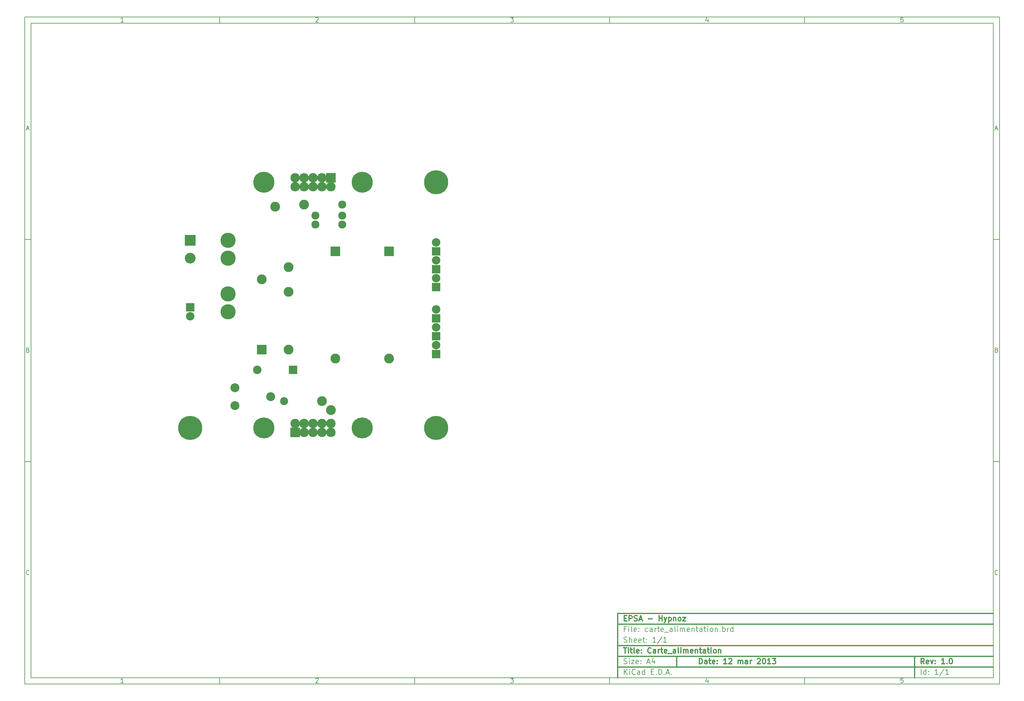
<source format=gbs>
G04 (created by PCBNEW-RS274X (2012-01-19 BZR 3256)-stable) date 12/03/2013 15:56:19*
G01*
G70*
G90*
%MOIN*%
G04 Gerber Fmt 3.4, Leading zero omitted, Abs format*
%FSLAX34Y34*%
G04 APERTURE LIST*
%ADD10C,0.006000*%
%ADD11C,0.012000*%
%ADD12C,0.235000*%
%ADD13R,0.105000X0.105000*%
%ADD14C,0.105000*%
%ADD15C,0.270000*%
%ADD16C,0.100000*%
%ADD17R,0.110000X0.110000*%
%ADD18C,0.110000*%
%ADD19C,0.090000*%
%ADD20R,0.095000X0.095000*%
%ADD21C,0.095000*%
%ADD22C,0.170000*%
%ADD23R,0.120000X0.120000*%
%ADD24C,0.120000*%
G04 APERTURE END LIST*
G54D10*
X04000Y-04000D02*
X113000Y-04000D01*
X113000Y-78670D01*
X04000Y-78670D01*
X04000Y-04000D01*
X04700Y-04700D02*
X112300Y-04700D01*
X112300Y-77970D01*
X04700Y-77970D01*
X04700Y-04700D01*
X25800Y-04000D02*
X25800Y-04700D01*
X15043Y-04552D02*
X14757Y-04552D01*
X14900Y-04552D02*
X14900Y-04052D01*
X14852Y-04124D01*
X14805Y-04171D01*
X14757Y-04195D01*
X25800Y-78670D02*
X25800Y-77970D01*
X15043Y-78522D02*
X14757Y-78522D01*
X14900Y-78522D02*
X14900Y-78022D01*
X14852Y-78094D01*
X14805Y-78141D01*
X14757Y-78165D01*
X47600Y-04000D02*
X47600Y-04700D01*
X36557Y-04100D02*
X36581Y-04076D01*
X36629Y-04052D01*
X36748Y-04052D01*
X36795Y-04076D01*
X36819Y-04100D01*
X36843Y-04148D01*
X36843Y-04195D01*
X36819Y-04267D01*
X36533Y-04552D01*
X36843Y-04552D01*
X47600Y-78670D02*
X47600Y-77970D01*
X36557Y-78070D02*
X36581Y-78046D01*
X36629Y-78022D01*
X36748Y-78022D01*
X36795Y-78046D01*
X36819Y-78070D01*
X36843Y-78118D01*
X36843Y-78165D01*
X36819Y-78237D01*
X36533Y-78522D01*
X36843Y-78522D01*
X69400Y-04000D02*
X69400Y-04700D01*
X58333Y-04052D02*
X58643Y-04052D01*
X58476Y-04243D01*
X58548Y-04243D01*
X58595Y-04267D01*
X58619Y-04290D01*
X58643Y-04338D01*
X58643Y-04457D01*
X58619Y-04505D01*
X58595Y-04529D01*
X58548Y-04552D01*
X58405Y-04552D01*
X58357Y-04529D01*
X58333Y-04505D01*
X69400Y-78670D02*
X69400Y-77970D01*
X58333Y-78022D02*
X58643Y-78022D01*
X58476Y-78213D01*
X58548Y-78213D01*
X58595Y-78237D01*
X58619Y-78260D01*
X58643Y-78308D01*
X58643Y-78427D01*
X58619Y-78475D01*
X58595Y-78499D01*
X58548Y-78522D01*
X58405Y-78522D01*
X58357Y-78499D01*
X58333Y-78475D01*
X91200Y-04000D02*
X91200Y-04700D01*
X80395Y-04219D02*
X80395Y-04552D01*
X80276Y-04029D02*
X80157Y-04386D01*
X80467Y-04386D01*
X91200Y-78670D02*
X91200Y-77970D01*
X80395Y-78189D02*
X80395Y-78522D01*
X80276Y-77999D02*
X80157Y-78356D01*
X80467Y-78356D01*
X102219Y-04052D02*
X101981Y-04052D01*
X101957Y-04290D01*
X101981Y-04267D01*
X102029Y-04243D01*
X102148Y-04243D01*
X102195Y-04267D01*
X102219Y-04290D01*
X102243Y-04338D01*
X102243Y-04457D01*
X102219Y-04505D01*
X102195Y-04529D01*
X102148Y-04552D01*
X102029Y-04552D01*
X101981Y-04529D01*
X101957Y-04505D01*
X102219Y-78022D02*
X101981Y-78022D01*
X101957Y-78260D01*
X101981Y-78237D01*
X102029Y-78213D01*
X102148Y-78213D01*
X102195Y-78237D01*
X102219Y-78260D01*
X102243Y-78308D01*
X102243Y-78427D01*
X102219Y-78475D01*
X102195Y-78499D01*
X102148Y-78522D01*
X102029Y-78522D01*
X101981Y-78499D01*
X101957Y-78475D01*
X04000Y-28890D02*
X04700Y-28890D01*
X04231Y-16510D02*
X04469Y-16510D01*
X04184Y-16652D02*
X04350Y-16152D01*
X04517Y-16652D01*
X113000Y-28890D02*
X112300Y-28890D01*
X112531Y-16510D02*
X112769Y-16510D01*
X112484Y-16652D02*
X112650Y-16152D01*
X112817Y-16652D01*
X04000Y-53780D02*
X04700Y-53780D01*
X04386Y-41280D02*
X04457Y-41304D01*
X04481Y-41328D01*
X04505Y-41376D01*
X04505Y-41447D01*
X04481Y-41495D01*
X04457Y-41519D01*
X04410Y-41542D01*
X04219Y-41542D01*
X04219Y-41042D01*
X04386Y-41042D01*
X04433Y-41066D01*
X04457Y-41090D01*
X04481Y-41138D01*
X04481Y-41185D01*
X04457Y-41233D01*
X04433Y-41257D01*
X04386Y-41280D01*
X04219Y-41280D01*
X113000Y-53780D02*
X112300Y-53780D01*
X112686Y-41280D02*
X112757Y-41304D01*
X112781Y-41328D01*
X112805Y-41376D01*
X112805Y-41447D01*
X112781Y-41495D01*
X112757Y-41519D01*
X112710Y-41542D01*
X112519Y-41542D01*
X112519Y-41042D01*
X112686Y-41042D01*
X112733Y-41066D01*
X112757Y-41090D01*
X112781Y-41138D01*
X112781Y-41185D01*
X112757Y-41233D01*
X112733Y-41257D01*
X112686Y-41280D01*
X112519Y-41280D01*
X04505Y-66385D02*
X04481Y-66409D01*
X04410Y-66432D01*
X04362Y-66432D01*
X04290Y-66409D01*
X04243Y-66361D01*
X04219Y-66313D01*
X04195Y-66218D01*
X04195Y-66147D01*
X04219Y-66051D01*
X04243Y-66004D01*
X04290Y-65956D01*
X04362Y-65932D01*
X04410Y-65932D01*
X04481Y-65956D01*
X04505Y-65980D01*
X112805Y-66385D02*
X112781Y-66409D01*
X112710Y-66432D01*
X112662Y-66432D01*
X112590Y-66409D01*
X112543Y-66361D01*
X112519Y-66313D01*
X112495Y-66218D01*
X112495Y-66147D01*
X112519Y-66051D01*
X112543Y-66004D01*
X112590Y-65956D01*
X112662Y-65932D01*
X112710Y-65932D01*
X112781Y-65956D01*
X112805Y-65980D01*
G54D11*
X79443Y-76413D02*
X79443Y-75813D01*
X79586Y-75813D01*
X79671Y-75841D01*
X79729Y-75899D01*
X79757Y-75956D01*
X79786Y-76070D01*
X79786Y-76156D01*
X79757Y-76270D01*
X79729Y-76327D01*
X79671Y-76384D01*
X79586Y-76413D01*
X79443Y-76413D01*
X80300Y-76413D02*
X80300Y-76099D01*
X80271Y-76041D01*
X80214Y-76013D01*
X80100Y-76013D01*
X80043Y-76041D01*
X80300Y-76384D02*
X80243Y-76413D01*
X80100Y-76413D01*
X80043Y-76384D01*
X80014Y-76327D01*
X80014Y-76270D01*
X80043Y-76213D01*
X80100Y-76184D01*
X80243Y-76184D01*
X80300Y-76156D01*
X80500Y-76013D02*
X80729Y-76013D01*
X80586Y-75813D02*
X80586Y-76327D01*
X80614Y-76384D01*
X80672Y-76413D01*
X80729Y-76413D01*
X81157Y-76384D02*
X81100Y-76413D01*
X80986Y-76413D01*
X80929Y-76384D01*
X80900Y-76327D01*
X80900Y-76099D01*
X80929Y-76041D01*
X80986Y-76013D01*
X81100Y-76013D01*
X81157Y-76041D01*
X81186Y-76099D01*
X81186Y-76156D01*
X80900Y-76213D01*
X81443Y-76356D02*
X81471Y-76384D01*
X81443Y-76413D01*
X81414Y-76384D01*
X81443Y-76356D01*
X81443Y-76413D01*
X81443Y-76041D02*
X81471Y-76070D01*
X81443Y-76099D01*
X81414Y-76070D01*
X81443Y-76041D01*
X81443Y-76099D01*
X82500Y-76413D02*
X82157Y-76413D01*
X82329Y-76413D02*
X82329Y-75813D01*
X82272Y-75899D01*
X82214Y-75956D01*
X82157Y-75984D01*
X82728Y-75870D02*
X82757Y-75841D01*
X82814Y-75813D01*
X82957Y-75813D01*
X83014Y-75841D01*
X83043Y-75870D01*
X83071Y-75927D01*
X83071Y-75984D01*
X83043Y-76070D01*
X82700Y-76413D01*
X83071Y-76413D01*
X83785Y-76413D02*
X83785Y-76013D01*
X83785Y-76070D02*
X83813Y-76041D01*
X83871Y-76013D01*
X83956Y-76013D01*
X84013Y-76041D01*
X84042Y-76099D01*
X84042Y-76413D01*
X84042Y-76099D02*
X84071Y-76041D01*
X84128Y-76013D01*
X84213Y-76013D01*
X84271Y-76041D01*
X84299Y-76099D01*
X84299Y-76413D01*
X84842Y-76413D02*
X84842Y-76099D01*
X84813Y-76041D01*
X84756Y-76013D01*
X84642Y-76013D01*
X84585Y-76041D01*
X84842Y-76384D02*
X84785Y-76413D01*
X84642Y-76413D01*
X84585Y-76384D01*
X84556Y-76327D01*
X84556Y-76270D01*
X84585Y-76213D01*
X84642Y-76184D01*
X84785Y-76184D01*
X84842Y-76156D01*
X85128Y-76413D02*
X85128Y-76013D01*
X85128Y-76127D02*
X85156Y-76070D01*
X85185Y-76041D01*
X85242Y-76013D01*
X85299Y-76013D01*
X85927Y-75870D02*
X85956Y-75841D01*
X86013Y-75813D01*
X86156Y-75813D01*
X86213Y-75841D01*
X86242Y-75870D01*
X86270Y-75927D01*
X86270Y-75984D01*
X86242Y-76070D01*
X85899Y-76413D01*
X86270Y-76413D01*
X86641Y-75813D02*
X86698Y-75813D01*
X86755Y-75841D01*
X86784Y-75870D01*
X86813Y-75927D01*
X86841Y-76041D01*
X86841Y-76184D01*
X86813Y-76299D01*
X86784Y-76356D01*
X86755Y-76384D01*
X86698Y-76413D01*
X86641Y-76413D01*
X86584Y-76384D01*
X86555Y-76356D01*
X86527Y-76299D01*
X86498Y-76184D01*
X86498Y-76041D01*
X86527Y-75927D01*
X86555Y-75870D01*
X86584Y-75841D01*
X86641Y-75813D01*
X87412Y-76413D02*
X87069Y-76413D01*
X87241Y-76413D02*
X87241Y-75813D01*
X87184Y-75899D01*
X87126Y-75956D01*
X87069Y-75984D01*
X87612Y-75813D02*
X87983Y-75813D01*
X87783Y-76041D01*
X87869Y-76041D01*
X87926Y-76070D01*
X87955Y-76099D01*
X87983Y-76156D01*
X87983Y-76299D01*
X87955Y-76356D01*
X87926Y-76384D01*
X87869Y-76413D01*
X87697Y-76413D01*
X87640Y-76384D01*
X87612Y-76356D01*
G54D10*
X71043Y-77613D02*
X71043Y-77013D01*
X71386Y-77613D02*
X71129Y-77270D01*
X71386Y-77013D02*
X71043Y-77356D01*
X71643Y-77613D02*
X71643Y-77213D01*
X71643Y-77013D02*
X71614Y-77041D01*
X71643Y-77070D01*
X71671Y-77041D01*
X71643Y-77013D01*
X71643Y-77070D01*
X72272Y-77556D02*
X72243Y-77584D01*
X72157Y-77613D01*
X72100Y-77613D01*
X72015Y-77584D01*
X71957Y-77527D01*
X71929Y-77470D01*
X71900Y-77356D01*
X71900Y-77270D01*
X71929Y-77156D01*
X71957Y-77099D01*
X72015Y-77041D01*
X72100Y-77013D01*
X72157Y-77013D01*
X72243Y-77041D01*
X72272Y-77070D01*
X72786Y-77613D02*
X72786Y-77299D01*
X72757Y-77241D01*
X72700Y-77213D01*
X72586Y-77213D01*
X72529Y-77241D01*
X72786Y-77584D02*
X72729Y-77613D01*
X72586Y-77613D01*
X72529Y-77584D01*
X72500Y-77527D01*
X72500Y-77470D01*
X72529Y-77413D01*
X72586Y-77384D01*
X72729Y-77384D01*
X72786Y-77356D01*
X73329Y-77613D02*
X73329Y-77013D01*
X73329Y-77584D02*
X73272Y-77613D01*
X73158Y-77613D01*
X73100Y-77584D01*
X73072Y-77556D01*
X73043Y-77499D01*
X73043Y-77327D01*
X73072Y-77270D01*
X73100Y-77241D01*
X73158Y-77213D01*
X73272Y-77213D01*
X73329Y-77241D01*
X74072Y-77299D02*
X74272Y-77299D01*
X74358Y-77613D02*
X74072Y-77613D01*
X74072Y-77013D01*
X74358Y-77013D01*
X74615Y-77556D02*
X74643Y-77584D01*
X74615Y-77613D01*
X74586Y-77584D01*
X74615Y-77556D01*
X74615Y-77613D01*
X74901Y-77613D02*
X74901Y-77013D01*
X75044Y-77013D01*
X75129Y-77041D01*
X75187Y-77099D01*
X75215Y-77156D01*
X75244Y-77270D01*
X75244Y-77356D01*
X75215Y-77470D01*
X75187Y-77527D01*
X75129Y-77584D01*
X75044Y-77613D01*
X74901Y-77613D01*
X75501Y-77556D02*
X75529Y-77584D01*
X75501Y-77613D01*
X75472Y-77584D01*
X75501Y-77556D01*
X75501Y-77613D01*
X75758Y-77441D02*
X76044Y-77441D01*
X75701Y-77613D02*
X75901Y-77013D01*
X76101Y-77613D01*
X76301Y-77556D02*
X76329Y-77584D01*
X76301Y-77613D01*
X76272Y-77584D01*
X76301Y-77556D01*
X76301Y-77613D01*
G54D11*
X104586Y-76413D02*
X104386Y-76127D01*
X104243Y-76413D02*
X104243Y-75813D01*
X104471Y-75813D01*
X104529Y-75841D01*
X104557Y-75870D01*
X104586Y-75927D01*
X104586Y-76013D01*
X104557Y-76070D01*
X104529Y-76099D01*
X104471Y-76127D01*
X104243Y-76127D01*
X105071Y-76384D02*
X105014Y-76413D01*
X104900Y-76413D01*
X104843Y-76384D01*
X104814Y-76327D01*
X104814Y-76099D01*
X104843Y-76041D01*
X104900Y-76013D01*
X105014Y-76013D01*
X105071Y-76041D01*
X105100Y-76099D01*
X105100Y-76156D01*
X104814Y-76213D01*
X105300Y-76013D02*
X105443Y-76413D01*
X105585Y-76013D01*
X105814Y-76356D02*
X105842Y-76384D01*
X105814Y-76413D01*
X105785Y-76384D01*
X105814Y-76356D01*
X105814Y-76413D01*
X105814Y-76041D02*
X105842Y-76070D01*
X105814Y-76099D01*
X105785Y-76070D01*
X105814Y-76041D01*
X105814Y-76099D01*
X106871Y-76413D02*
X106528Y-76413D01*
X106700Y-76413D02*
X106700Y-75813D01*
X106643Y-75899D01*
X106585Y-75956D01*
X106528Y-75984D01*
X107128Y-76356D02*
X107156Y-76384D01*
X107128Y-76413D01*
X107099Y-76384D01*
X107128Y-76356D01*
X107128Y-76413D01*
X107528Y-75813D02*
X107585Y-75813D01*
X107642Y-75841D01*
X107671Y-75870D01*
X107700Y-75927D01*
X107728Y-76041D01*
X107728Y-76184D01*
X107700Y-76299D01*
X107671Y-76356D01*
X107642Y-76384D01*
X107585Y-76413D01*
X107528Y-76413D01*
X107471Y-76384D01*
X107442Y-76356D01*
X107414Y-76299D01*
X107385Y-76184D01*
X107385Y-76041D01*
X107414Y-75927D01*
X107442Y-75870D01*
X107471Y-75841D01*
X107528Y-75813D01*
G54D10*
X71014Y-76384D02*
X71100Y-76413D01*
X71243Y-76413D01*
X71300Y-76384D01*
X71329Y-76356D01*
X71357Y-76299D01*
X71357Y-76241D01*
X71329Y-76184D01*
X71300Y-76156D01*
X71243Y-76127D01*
X71129Y-76099D01*
X71071Y-76070D01*
X71043Y-76041D01*
X71014Y-75984D01*
X71014Y-75927D01*
X71043Y-75870D01*
X71071Y-75841D01*
X71129Y-75813D01*
X71271Y-75813D01*
X71357Y-75841D01*
X71614Y-76413D02*
X71614Y-76013D01*
X71614Y-75813D02*
X71585Y-75841D01*
X71614Y-75870D01*
X71642Y-75841D01*
X71614Y-75813D01*
X71614Y-75870D01*
X71843Y-76013D02*
X72157Y-76013D01*
X71843Y-76413D01*
X72157Y-76413D01*
X72614Y-76384D02*
X72557Y-76413D01*
X72443Y-76413D01*
X72386Y-76384D01*
X72357Y-76327D01*
X72357Y-76099D01*
X72386Y-76041D01*
X72443Y-76013D01*
X72557Y-76013D01*
X72614Y-76041D01*
X72643Y-76099D01*
X72643Y-76156D01*
X72357Y-76213D01*
X72900Y-76356D02*
X72928Y-76384D01*
X72900Y-76413D01*
X72871Y-76384D01*
X72900Y-76356D01*
X72900Y-76413D01*
X72900Y-76041D02*
X72928Y-76070D01*
X72900Y-76099D01*
X72871Y-76070D01*
X72900Y-76041D01*
X72900Y-76099D01*
X73614Y-76241D02*
X73900Y-76241D01*
X73557Y-76413D02*
X73757Y-75813D01*
X73957Y-76413D01*
X74414Y-76013D02*
X74414Y-76413D01*
X74271Y-75784D02*
X74128Y-76213D01*
X74500Y-76213D01*
X104243Y-77613D02*
X104243Y-77013D01*
X104786Y-77613D02*
X104786Y-77013D01*
X104786Y-77584D02*
X104729Y-77613D01*
X104615Y-77613D01*
X104557Y-77584D01*
X104529Y-77556D01*
X104500Y-77499D01*
X104500Y-77327D01*
X104529Y-77270D01*
X104557Y-77241D01*
X104615Y-77213D01*
X104729Y-77213D01*
X104786Y-77241D01*
X105072Y-77556D02*
X105100Y-77584D01*
X105072Y-77613D01*
X105043Y-77584D01*
X105072Y-77556D01*
X105072Y-77613D01*
X105072Y-77241D02*
X105100Y-77270D01*
X105072Y-77299D01*
X105043Y-77270D01*
X105072Y-77241D01*
X105072Y-77299D01*
X106129Y-77613D02*
X105786Y-77613D01*
X105958Y-77613D02*
X105958Y-77013D01*
X105901Y-77099D01*
X105843Y-77156D01*
X105786Y-77184D01*
X106814Y-76984D02*
X106300Y-77756D01*
X107329Y-77613D02*
X106986Y-77613D01*
X107158Y-77613D02*
X107158Y-77013D01*
X107101Y-77099D01*
X107043Y-77156D01*
X106986Y-77184D01*
G54D11*
X70957Y-74613D02*
X71300Y-74613D01*
X71129Y-75213D02*
X71129Y-74613D01*
X71500Y-75213D02*
X71500Y-74813D01*
X71500Y-74613D02*
X71471Y-74641D01*
X71500Y-74670D01*
X71528Y-74641D01*
X71500Y-74613D01*
X71500Y-74670D01*
X71700Y-74813D02*
X71929Y-74813D01*
X71786Y-74613D02*
X71786Y-75127D01*
X71814Y-75184D01*
X71872Y-75213D01*
X71929Y-75213D01*
X72215Y-75213D02*
X72157Y-75184D01*
X72129Y-75127D01*
X72129Y-74613D01*
X72671Y-75184D02*
X72614Y-75213D01*
X72500Y-75213D01*
X72443Y-75184D01*
X72414Y-75127D01*
X72414Y-74899D01*
X72443Y-74841D01*
X72500Y-74813D01*
X72614Y-74813D01*
X72671Y-74841D01*
X72700Y-74899D01*
X72700Y-74956D01*
X72414Y-75013D01*
X72957Y-75156D02*
X72985Y-75184D01*
X72957Y-75213D01*
X72928Y-75184D01*
X72957Y-75156D01*
X72957Y-75213D01*
X72957Y-74841D02*
X72985Y-74870D01*
X72957Y-74899D01*
X72928Y-74870D01*
X72957Y-74841D01*
X72957Y-74899D01*
X74043Y-75156D02*
X74014Y-75184D01*
X73928Y-75213D01*
X73871Y-75213D01*
X73786Y-75184D01*
X73728Y-75127D01*
X73700Y-75070D01*
X73671Y-74956D01*
X73671Y-74870D01*
X73700Y-74756D01*
X73728Y-74699D01*
X73786Y-74641D01*
X73871Y-74613D01*
X73928Y-74613D01*
X74014Y-74641D01*
X74043Y-74670D01*
X74557Y-75213D02*
X74557Y-74899D01*
X74528Y-74841D01*
X74471Y-74813D01*
X74357Y-74813D01*
X74300Y-74841D01*
X74557Y-75184D02*
X74500Y-75213D01*
X74357Y-75213D01*
X74300Y-75184D01*
X74271Y-75127D01*
X74271Y-75070D01*
X74300Y-75013D01*
X74357Y-74984D01*
X74500Y-74984D01*
X74557Y-74956D01*
X74843Y-75213D02*
X74843Y-74813D01*
X74843Y-74927D02*
X74871Y-74870D01*
X74900Y-74841D01*
X74957Y-74813D01*
X75014Y-74813D01*
X75128Y-74813D02*
X75357Y-74813D01*
X75214Y-74613D02*
X75214Y-75127D01*
X75242Y-75184D01*
X75300Y-75213D01*
X75357Y-75213D01*
X75785Y-75184D02*
X75728Y-75213D01*
X75614Y-75213D01*
X75557Y-75184D01*
X75528Y-75127D01*
X75528Y-74899D01*
X75557Y-74841D01*
X75614Y-74813D01*
X75728Y-74813D01*
X75785Y-74841D01*
X75814Y-74899D01*
X75814Y-74956D01*
X75528Y-75013D01*
X75928Y-75270D02*
X76385Y-75270D01*
X76785Y-75213D02*
X76785Y-74899D01*
X76756Y-74841D01*
X76699Y-74813D01*
X76585Y-74813D01*
X76528Y-74841D01*
X76785Y-75184D02*
X76728Y-75213D01*
X76585Y-75213D01*
X76528Y-75184D01*
X76499Y-75127D01*
X76499Y-75070D01*
X76528Y-75013D01*
X76585Y-74984D01*
X76728Y-74984D01*
X76785Y-74956D01*
X77157Y-75213D02*
X77099Y-75184D01*
X77071Y-75127D01*
X77071Y-74613D01*
X77385Y-75213D02*
X77385Y-74813D01*
X77385Y-74613D02*
X77356Y-74641D01*
X77385Y-74670D01*
X77413Y-74641D01*
X77385Y-74613D01*
X77385Y-74670D01*
X77671Y-75213D02*
X77671Y-74813D01*
X77671Y-74870D02*
X77699Y-74841D01*
X77757Y-74813D01*
X77842Y-74813D01*
X77899Y-74841D01*
X77928Y-74899D01*
X77928Y-75213D01*
X77928Y-74899D02*
X77957Y-74841D01*
X78014Y-74813D01*
X78099Y-74813D01*
X78157Y-74841D01*
X78185Y-74899D01*
X78185Y-75213D01*
X78699Y-75184D02*
X78642Y-75213D01*
X78528Y-75213D01*
X78471Y-75184D01*
X78442Y-75127D01*
X78442Y-74899D01*
X78471Y-74841D01*
X78528Y-74813D01*
X78642Y-74813D01*
X78699Y-74841D01*
X78728Y-74899D01*
X78728Y-74956D01*
X78442Y-75013D01*
X78985Y-74813D02*
X78985Y-75213D01*
X78985Y-74870D02*
X79013Y-74841D01*
X79071Y-74813D01*
X79156Y-74813D01*
X79213Y-74841D01*
X79242Y-74899D01*
X79242Y-75213D01*
X79442Y-74813D02*
X79671Y-74813D01*
X79528Y-74613D02*
X79528Y-75127D01*
X79556Y-75184D01*
X79614Y-75213D01*
X79671Y-75213D01*
X80128Y-75213D02*
X80128Y-74899D01*
X80099Y-74841D01*
X80042Y-74813D01*
X79928Y-74813D01*
X79871Y-74841D01*
X80128Y-75184D02*
X80071Y-75213D01*
X79928Y-75213D01*
X79871Y-75184D01*
X79842Y-75127D01*
X79842Y-75070D01*
X79871Y-75013D01*
X79928Y-74984D01*
X80071Y-74984D01*
X80128Y-74956D01*
X80328Y-74813D02*
X80557Y-74813D01*
X80414Y-74613D02*
X80414Y-75127D01*
X80442Y-75184D01*
X80500Y-75213D01*
X80557Y-75213D01*
X80757Y-75213D02*
X80757Y-74813D01*
X80757Y-74613D02*
X80728Y-74641D01*
X80757Y-74670D01*
X80785Y-74641D01*
X80757Y-74613D01*
X80757Y-74670D01*
X81129Y-75213D02*
X81071Y-75184D01*
X81043Y-75156D01*
X81014Y-75099D01*
X81014Y-74927D01*
X81043Y-74870D01*
X81071Y-74841D01*
X81129Y-74813D01*
X81214Y-74813D01*
X81271Y-74841D01*
X81300Y-74870D01*
X81329Y-74927D01*
X81329Y-75099D01*
X81300Y-75156D01*
X81271Y-75184D01*
X81214Y-75213D01*
X81129Y-75213D01*
X81586Y-74813D02*
X81586Y-75213D01*
X81586Y-74870D02*
X81614Y-74841D01*
X81672Y-74813D01*
X81757Y-74813D01*
X81814Y-74841D01*
X81843Y-74899D01*
X81843Y-75213D01*
G54D10*
X71243Y-72499D02*
X71043Y-72499D01*
X71043Y-72813D02*
X71043Y-72213D01*
X71329Y-72213D01*
X71557Y-72813D02*
X71557Y-72413D01*
X71557Y-72213D02*
X71528Y-72241D01*
X71557Y-72270D01*
X71585Y-72241D01*
X71557Y-72213D01*
X71557Y-72270D01*
X71929Y-72813D02*
X71871Y-72784D01*
X71843Y-72727D01*
X71843Y-72213D01*
X72385Y-72784D02*
X72328Y-72813D01*
X72214Y-72813D01*
X72157Y-72784D01*
X72128Y-72727D01*
X72128Y-72499D01*
X72157Y-72441D01*
X72214Y-72413D01*
X72328Y-72413D01*
X72385Y-72441D01*
X72414Y-72499D01*
X72414Y-72556D01*
X72128Y-72613D01*
X72671Y-72756D02*
X72699Y-72784D01*
X72671Y-72813D01*
X72642Y-72784D01*
X72671Y-72756D01*
X72671Y-72813D01*
X72671Y-72441D02*
X72699Y-72470D01*
X72671Y-72499D01*
X72642Y-72470D01*
X72671Y-72441D01*
X72671Y-72499D01*
X73671Y-72784D02*
X73614Y-72813D01*
X73500Y-72813D01*
X73442Y-72784D01*
X73414Y-72756D01*
X73385Y-72699D01*
X73385Y-72527D01*
X73414Y-72470D01*
X73442Y-72441D01*
X73500Y-72413D01*
X73614Y-72413D01*
X73671Y-72441D01*
X74185Y-72813D02*
X74185Y-72499D01*
X74156Y-72441D01*
X74099Y-72413D01*
X73985Y-72413D01*
X73928Y-72441D01*
X74185Y-72784D02*
X74128Y-72813D01*
X73985Y-72813D01*
X73928Y-72784D01*
X73899Y-72727D01*
X73899Y-72670D01*
X73928Y-72613D01*
X73985Y-72584D01*
X74128Y-72584D01*
X74185Y-72556D01*
X74471Y-72813D02*
X74471Y-72413D01*
X74471Y-72527D02*
X74499Y-72470D01*
X74528Y-72441D01*
X74585Y-72413D01*
X74642Y-72413D01*
X74756Y-72413D02*
X74985Y-72413D01*
X74842Y-72213D02*
X74842Y-72727D01*
X74870Y-72784D01*
X74928Y-72813D01*
X74985Y-72813D01*
X75413Y-72784D02*
X75356Y-72813D01*
X75242Y-72813D01*
X75185Y-72784D01*
X75156Y-72727D01*
X75156Y-72499D01*
X75185Y-72441D01*
X75242Y-72413D01*
X75356Y-72413D01*
X75413Y-72441D01*
X75442Y-72499D01*
X75442Y-72556D01*
X75156Y-72613D01*
X75556Y-72870D02*
X76013Y-72870D01*
X76413Y-72813D02*
X76413Y-72499D01*
X76384Y-72441D01*
X76327Y-72413D01*
X76213Y-72413D01*
X76156Y-72441D01*
X76413Y-72784D02*
X76356Y-72813D01*
X76213Y-72813D01*
X76156Y-72784D01*
X76127Y-72727D01*
X76127Y-72670D01*
X76156Y-72613D01*
X76213Y-72584D01*
X76356Y-72584D01*
X76413Y-72556D01*
X76785Y-72813D02*
X76727Y-72784D01*
X76699Y-72727D01*
X76699Y-72213D01*
X77013Y-72813D02*
X77013Y-72413D01*
X77013Y-72213D02*
X76984Y-72241D01*
X77013Y-72270D01*
X77041Y-72241D01*
X77013Y-72213D01*
X77013Y-72270D01*
X77299Y-72813D02*
X77299Y-72413D01*
X77299Y-72470D02*
X77327Y-72441D01*
X77385Y-72413D01*
X77470Y-72413D01*
X77527Y-72441D01*
X77556Y-72499D01*
X77556Y-72813D01*
X77556Y-72499D02*
X77585Y-72441D01*
X77642Y-72413D01*
X77727Y-72413D01*
X77785Y-72441D01*
X77813Y-72499D01*
X77813Y-72813D01*
X78327Y-72784D02*
X78270Y-72813D01*
X78156Y-72813D01*
X78099Y-72784D01*
X78070Y-72727D01*
X78070Y-72499D01*
X78099Y-72441D01*
X78156Y-72413D01*
X78270Y-72413D01*
X78327Y-72441D01*
X78356Y-72499D01*
X78356Y-72556D01*
X78070Y-72613D01*
X78613Y-72413D02*
X78613Y-72813D01*
X78613Y-72470D02*
X78641Y-72441D01*
X78699Y-72413D01*
X78784Y-72413D01*
X78841Y-72441D01*
X78870Y-72499D01*
X78870Y-72813D01*
X79070Y-72413D02*
X79299Y-72413D01*
X79156Y-72213D02*
X79156Y-72727D01*
X79184Y-72784D01*
X79242Y-72813D01*
X79299Y-72813D01*
X79756Y-72813D02*
X79756Y-72499D01*
X79727Y-72441D01*
X79670Y-72413D01*
X79556Y-72413D01*
X79499Y-72441D01*
X79756Y-72784D02*
X79699Y-72813D01*
X79556Y-72813D01*
X79499Y-72784D01*
X79470Y-72727D01*
X79470Y-72670D01*
X79499Y-72613D01*
X79556Y-72584D01*
X79699Y-72584D01*
X79756Y-72556D01*
X79956Y-72413D02*
X80185Y-72413D01*
X80042Y-72213D02*
X80042Y-72727D01*
X80070Y-72784D01*
X80128Y-72813D01*
X80185Y-72813D01*
X80385Y-72813D02*
X80385Y-72413D01*
X80385Y-72213D02*
X80356Y-72241D01*
X80385Y-72270D01*
X80413Y-72241D01*
X80385Y-72213D01*
X80385Y-72270D01*
X80757Y-72813D02*
X80699Y-72784D01*
X80671Y-72756D01*
X80642Y-72699D01*
X80642Y-72527D01*
X80671Y-72470D01*
X80699Y-72441D01*
X80757Y-72413D01*
X80842Y-72413D01*
X80899Y-72441D01*
X80928Y-72470D01*
X80957Y-72527D01*
X80957Y-72699D01*
X80928Y-72756D01*
X80899Y-72784D01*
X80842Y-72813D01*
X80757Y-72813D01*
X81214Y-72413D02*
X81214Y-72813D01*
X81214Y-72470D02*
X81242Y-72441D01*
X81300Y-72413D01*
X81385Y-72413D01*
X81442Y-72441D01*
X81471Y-72499D01*
X81471Y-72813D01*
X81757Y-72756D02*
X81785Y-72784D01*
X81757Y-72813D01*
X81728Y-72784D01*
X81757Y-72756D01*
X81757Y-72813D01*
X82043Y-72813D02*
X82043Y-72213D01*
X82043Y-72441D02*
X82100Y-72413D01*
X82214Y-72413D01*
X82271Y-72441D01*
X82300Y-72470D01*
X82329Y-72527D01*
X82329Y-72699D01*
X82300Y-72756D01*
X82271Y-72784D01*
X82214Y-72813D01*
X82100Y-72813D01*
X82043Y-72784D01*
X82586Y-72813D02*
X82586Y-72413D01*
X82586Y-72527D02*
X82614Y-72470D01*
X82643Y-72441D01*
X82700Y-72413D01*
X82757Y-72413D01*
X83214Y-72813D02*
X83214Y-72213D01*
X83214Y-72784D02*
X83157Y-72813D01*
X83043Y-72813D01*
X82985Y-72784D01*
X82957Y-72756D01*
X82928Y-72699D01*
X82928Y-72527D01*
X82957Y-72470D01*
X82985Y-72441D01*
X83043Y-72413D01*
X83157Y-72413D01*
X83214Y-72441D01*
X71014Y-73984D02*
X71100Y-74013D01*
X71243Y-74013D01*
X71300Y-73984D01*
X71329Y-73956D01*
X71357Y-73899D01*
X71357Y-73841D01*
X71329Y-73784D01*
X71300Y-73756D01*
X71243Y-73727D01*
X71129Y-73699D01*
X71071Y-73670D01*
X71043Y-73641D01*
X71014Y-73584D01*
X71014Y-73527D01*
X71043Y-73470D01*
X71071Y-73441D01*
X71129Y-73413D01*
X71271Y-73413D01*
X71357Y-73441D01*
X71614Y-74013D02*
X71614Y-73413D01*
X71871Y-74013D02*
X71871Y-73699D01*
X71842Y-73641D01*
X71785Y-73613D01*
X71700Y-73613D01*
X71642Y-73641D01*
X71614Y-73670D01*
X72385Y-73984D02*
X72328Y-74013D01*
X72214Y-74013D01*
X72157Y-73984D01*
X72128Y-73927D01*
X72128Y-73699D01*
X72157Y-73641D01*
X72214Y-73613D01*
X72328Y-73613D01*
X72385Y-73641D01*
X72414Y-73699D01*
X72414Y-73756D01*
X72128Y-73813D01*
X72899Y-73984D02*
X72842Y-74013D01*
X72728Y-74013D01*
X72671Y-73984D01*
X72642Y-73927D01*
X72642Y-73699D01*
X72671Y-73641D01*
X72728Y-73613D01*
X72842Y-73613D01*
X72899Y-73641D01*
X72928Y-73699D01*
X72928Y-73756D01*
X72642Y-73813D01*
X73099Y-73613D02*
X73328Y-73613D01*
X73185Y-73413D02*
X73185Y-73927D01*
X73213Y-73984D01*
X73271Y-74013D01*
X73328Y-74013D01*
X73528Y-73956D02*
X73556Y-73984D01*
X73528Y-74013D01*
X73499Y-73984D01*
X73528Y-73956D01*
X73528Y-74013D01*
X73528Y-73641D02*
X73556Y-73670D01*
X73528Y-73699D01*
X73499Y-73670D01*
X73528Y-73641D01*
X73528Y-73699D01*
X74585Y-74013D02*
X74242Y-74013D01*
X74414Y-74013D02*
X74414Y-73413D01*
X74357Y-73499D01*
X74299Y-73556D01*
X74242Y-73584D01*
X75270Y-73384D02*
X74756Y-74156D01*
X75785Y-74013D02*
X75442Y-74013D01*
X75614Y-74013D02*
X75614Y-73413D01*
X75557Y-73499D01*
X75499Y-73556D01*
X75442Y-73584D01*
G54D11*
X71043Y-71299D02*
X71243Y-71299D01*
X71329Y-71613D02*
X71043Y-71613D01*
X71043Y-71013D01*
X71329Y-71013D01*
X71586Y-71613D02*
X71586Y-71013D01*
X71814Y-71013D01*
X71872Y-71041D01*
X71900Y-71070D01*
X71929Y-71127D01*
X71929Y-71213D01*
X71900Y-71270D01*
X71872Y-71299D01*
X71814Y-71327D01*
X71586Y-71327D01*
X72157Y-71584D02*
X72243Y-71613D01*
X72386Y-71613D01*
X72443Y-71584D01*
X72472Y-71556D01*
X72500Y-71499D01*
X72500Y-71441D01*
X72472Y-71384D01*
X72443Y-71356D01*
X72386Y-71327D01*
X72272Y-71299D01*
X72214Y-71270D01*
X72186Y-71241D01*
X72157Y-71184D01*
X72157Y-71127D01*
X72186Y-71070D01*
X72214Y-71041D01*
X72272Y-71013D01*
X72414Y-71013D01*
X72500Y-71041D01*
X72728Y-71441D02*
X73014Y-71441D01*
X72671Y-71613D02*
X72871Y-71013D01*
X73071Y-71613D01*
X73728Y-71384D02*
X74185Y-71384D01*
X74928Y-71613D02*
X74928Y-71013D01*
X74928Y-71299D02*
X75271Y-71299D01*
X75271Y-71613D02*
X75271Y-71013D01*
X75500Y-71213D02*
X75643Y-71613D01*
X75785Y-71213D02*
X75643Y-71613D01*
X75585Y-71756D01*
X75557Y-71784D01*
X75500Y-71813D01*
X76014Y-71213D02*
X76014Y-71813D01*
X76014Y-71241D02*
X76071Y-71213D01*
X76185Y-71213D01*
X76242Y-71241D01*
X76271Y-71270D01*
X76300Y-71327D01*
X76300Y-71499D01*
X76271Y-71556D01*
X76242Y-71584D01*
X76185Y-71613D01*
X76071Y-71613D01*
X76014Y-71584D01*
X76557Y-71213D02*
X76557Y-71613D01*
X76557Y-71270D02*
X76585Y-71241D01*
X76643Y-71213D01*
X76728Y-71213D01*
X76785Y-71241D01*
X76814Y-71299D01*
X76814Y-71613D01*
X77186Y-71613D02*
X77128Y-71584D01*
X77100Y-71556D01*
X77071Y-71499D01*
X77071Y-71327D01*
X77100Y-71270D01*
X77128Y-71241D01*
X77186Y-71213D01*
X77271Y-71213D01*
X77328Y-71241D01*
X77357Y-71270D01*
X77386Y-71327D01*
X77386Y-71499D01*
X77357Y-71556D01*
X77328Y-71584D01*
X77271Y-71613D01*
X77186Y-71613D01*
X77586Y-71213D02*
X77900Y-71213D01*
X77586Y-71613D01*
X77900Y-71613D01*
X70300Y-70770D02*
X70300Y-77970D01*
X70300Y-71970D02*
X112300Y-71970D01*
X70300Y-70770D02*
X112300Y-70770D01*
X70300Y-74370D02*
X112300Y-74370D01*
X103500Y-75570D02*
X103500Y-77970D01*
X70300Y-76770D02*
X112300Y-76770D01*
X70300Y-75570D02*
X112300Y-75570D01*
X76900Y-75570D02*
X76900Y-76770D01*
G54D12*
X30750Y-50000D03*
X41750Y-50000D03*
G54D13*
X34250Y-50500D03*
G54D14*
X34250Y-49500D03*
X35250Y-50500D03*
X35250Y-49500D03*
X36250Y-50500D03*
X36250Y-49500D03*
X37250Y-50500D03*
X37250Y-49500D03*
X38250Y-50500D03*
X38250Y-49500D03*
G54D12*
X41750Y-22500D03*
X30750Y-22500D03*
G54D13*
X38250Y-22000D03*
G54D14*
X38250Y-23000D03*
X37250Y-22000D03*
X37250Y-23000D03*
X36250Y-22000D03*
X36250Y-23000D03*
X35250Y-22000D03*
X35250Y-23000D03*
X34250Y-22000D03*
X34250Y-23000D03*
G54D15*
X50000Y-22500D03*
X50000Y-50000D03*
X22500Y-50000D03*
G54D16*
X27500Y-45500D03*
X31500Y-46500D03*
X27500Y-47500D03*
G54D17*
X30500Y-41250D03*
G54D18*
X33500Y-41250D03*
X33500Y-34754D03*
X33500Y-31998D03*
X30500Y-33376D03*
G54D19*
X39500Y-26250D03*
X36500Y-26250D03*
X36500Y-27250D03*
X39500Y-27250D03*
G54D20*
X22500Y-36500D03*
G54D21*
X22500Y-37500D03*
G54D20*
X50000Y-30250D03*
G54D21*
X50000Y-29250D03*
G54D20*
X50000Y-32250D03*
G54D21*
X50000Y-31250D03*
G54D22*
X26750Y-29000D03*
X26750Y-31000D03*
X26750Y-35000D03*
X26750Y-37000D03*
G54D17*
X38750Y-30250D03*
G54D18*
X38750Y-42250D03*
G54D17*
X44750Y-30250D03*
G54D18*
X44750Y-42250D03*
G54D20*
X50000Y-34250D03*
G54D21*
X50000Y-33250D03*
G54D20*
X50000Y-37750D03*
G54D21*
X50000Y-36750D03*
G54D20*
X50000Y-39750D03*
G54D21*
X50000Y-38750D03*
G54D20*
X50000Y-41750D03*
G54D21*
X50000Y-40750D03*
X30000Y-43500D03*
G54D20*
X34000Y-43500D03*
G54D23*
X22500Y-29000D03*
G54D24*
X22500Y-31000D03*
G54D18*
X35250Y-25000D03*
X37250Y-47000D03*
G54D19*
X33000Y-47000D03*
X39500Y-25000D03*
G54D18*
X32000Y-25250D03*
X38250Y-48000D03*
M02*

</source>
